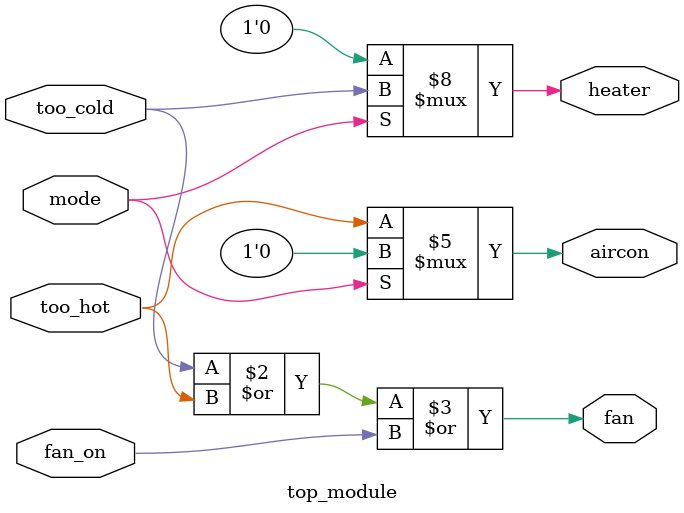
<source format=sv>
module top_module(
    input mode,
    input too_cold,
    input too_hot,
    input fan_on,
    output reg heater,
    output reg aircon,
    output reg fan
);
    
    always @(*) begin
        // Control the fan: It will be on if too_cold, too_hot, or fan_on is high
        fan = too_cold | too_hot | fan_on;
        
        if (mode) begin
            // Heating Mode
            heater = too_cold;
            aircon = 0;
        end else begin
            // Cooling Mode
            heater = 0;
            aircon = too_hot;
        end
    end
    
endmodule

</source>
